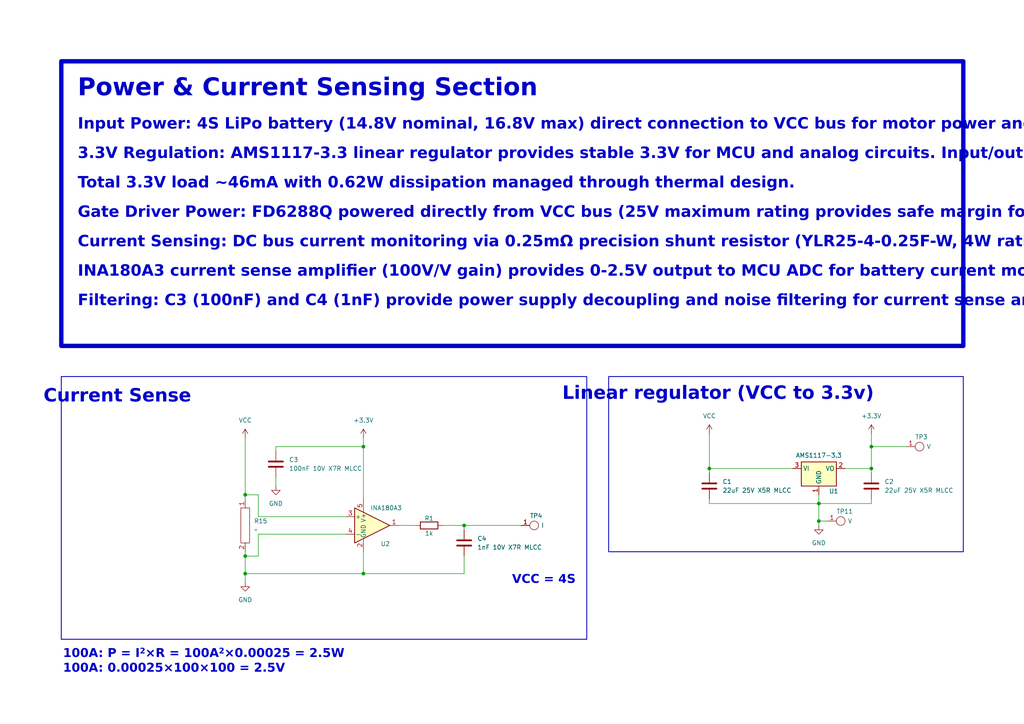
<source format=kicad_sch>
(kicad_sch (version 20250114) (generator "eeschema") (generator_version "9.0")
  (paper "A4")
  (lib_symbols
    (symbol "Amplifier_Current:INA180A3" (pin_names (offset 0.127))
      (property "Reference" "U" (at 3.81 3.81 0))
      (property "Value" "INA180A3" (at 3.81 -2.54 0))
      (symbol "INA180A3_0_1"
        (polyline (pts (xy 5.08 0) (xy -5.08 5.08) (xy -5.08 -5.08) (xy 5.08 0)) (stroke (width 0.254)) (fill (type background)))
      )
      (symbol "INA180A3_1_1"
        (pin input line (at -7.62 2.54 0) (length 2.54) (name "+") (number "3"))
        (pin input line (at -7.62 -2.54 0) (length 2.54) (name "-") (number "4"))
        (pin power_in line (at -2.54 7.62 270) (length 3.81) (name "V+") (number "5"))
        (pin power_in line (at -2.54 -7.62 90) (length 3.81) (name "GND") (number "2"))
        (pin output line (at 7.62 0 180) (length 2.54) (name "~") (number "1"))
      )
    )
    (symbol "Device:C" (pin_numbers (hide yes)) (pin_names (offset 0.254))
      (property "Reference" "C" (at 0.635 2.54 0))
      (property "Value" "C" (at 0.635 -2.54 0))
      (symbol "C_0_1"
        (polyline (pts (xy -2.032 0.762) (xy 2.032 0.762)) (stroke (width 0.508)))
        (polyline (pts (xy -2.032 -0.762) (xy 2.032 -0.762)) (stroke (width 0.508)))
      )
      (symbol "C_1_1"
        (pin passive line (at 0 3.81 270) (length 2.794) (name "~") (number "1"))
        (pin passive line (at 0 -3.81 90) (length 2.794) (name "~") (number "2"))
      )
    )
    (symbol "Device:R" (pin_numbers (hide yes)) (pin_names (offset 0))
      (property "Reference" "R" (at 2.032 0 90))
      (property "Value" "R" (at 0 0 90))
      (symbol "R_0_1"
        (rectangle (start -1.016 -2.54) (end 1.016 2.54) (stroke (width 0.254)))
      )
      (symbol "R_1_1"
        (pin passive line (at 0 3.81 270) (length 1.27) (name "~") (number "1"))
        (pin passive line (at 0 -3.81 90) (length 1.27) (name "~") (number "2"))
      )
    )
    (symbol "Drone_components:Rectangle_test_point"
      (property "Reference" "TP" (at 0 3.556 0))
      (symbol "Rectangle_test_point_0_1"
        (circle (center 0 0) (radius 1.27))
      )
      (symbol "Rectangle_test_point_1_1"
        (pin input line (at -3.81 0 0) (length 2.54) (name "") (number "1"))
      )
    )
    (symbol "Drone_components:YLR25-4-0.25F-W"
      (property "Reference" "R" (at -2.54 4.318 0))
      (symbol "YLR25-4-0.25F-W_0_1"
        (rectangle (start -1.27 5.08) (end 1.27 -5.08))
      )
      (symbol "YLR25-4-0.25F-W_1_1"
        (pin passive line (at 0 7.62 270) (length 2.54) (name "") (number "1"))
        (pin passive line (at 0 -7.62 90) (length 2.54) (name "") (number "2"))
      )
    )
    (symbol "Regulator_Linear:AMS1117-3.3"
      (property "Reference" "U" (at -3.81 3.175 0))
      (property "Value" "AMS1117-3.3" (at 0 3.175 0))
      (symbol "AMS1117-3.3_0_1"
        (rectangle (start -5.08 -5.08) (end 5.08 1.905) (stroke (width 0.254)) (fill (type background)))
      )
      (symbol "AMS1117-3.3_1_1"
        (pin power_in line (at -7.62 0 0) (length 2.54) (name "VI") (number "3"))
        (pin power_in line (at 0 -7.62 90) (length 2.54) (name "GND") (number "1"))
        (pin power_out line (at 7.62 0 180) (length 2.54) (name "VO") (number "2"))
      )
    )
    (symbol "power:+3.3V" (power) (pin_numbers (hide yes)) (pin_names (offset 0) (hide yes))
      (property "Value" "+3.3V" (at 0 3.556 0))
      (symbol "+3.3V_0_1"
        (polyline (pts (xy -0.762 1.27) (xy 0 2.54)))
        (polyline (pts (xy 0 2.54) (xy 0.762 1.27)))
        (polyline (pts (xy 0 0) (xy 0 2.54)))
      )
      (symbol "+3.3V_1_1"
        (pin power_in line (at 0 0 90) (length 0) (name "~") (number "1"))
      )
    )
    (symbol "power:GND" (power) (pin_numbers (hide yes)) (pin_names (offset 0) (hide yes))
      (property "Value" "GND" (at 0 -3.81 0))
      (symbol "GND_0_1"
        (polyline (pts (xy 0 0) (xy 0 -1.27) (xy 1.27 -1.27) (xy 0 -2.54) (xy -1.27 -1.27) (xy 0 -1.27)))
      )
      (symbol "GND_1_1"
        (pin power_in line (at 0 0 270) (length 0) (name "~") (number "1"))
      )
    )
    (symbol "power:VCC" (power) (pin_numbers (hide yes)) (pin_names (offset 0) (hide yes))
      (property "Value" "VCC" (at 0 3.556 0))
      (symbol "VCC_0_1"
        (polyline (pts (xy -0.762 1.27) (xy 0 2.54)))
        (polyline (pts (xy 0 2.54) (xy 0.762 1.27)))
        (polyline (pts (xy 0 0) (xy 0 2.54)))
      )
      (symbol "VCC_1_1"
        (pin power_in line (at 0 0 90) (length 0) (name "~") (number "1"))
      )
    )
  )
  (rectangle (start 17.78 17.78) (end 279.4 100.33) (stroke (width 1.27)))
  (rectangle (start 176.53 109.22) (end 279.4 160.02) (stroke (width 0.254)))
  (rectangle (start 17.78 109.22) (end 170.18 185.42) (stroke (width 0.254)))
  (text "Linear regulator (VCC to 3.3v)" (at 208.28 115.316 0) (effects (font (size 3.81 3.81) (bold yes))))
  (text "VCC = 4S" (at 157.734 168.91 0) (effects (font (size 2.54 2.54) (bold yes))))
  (text "Current Sense" (at 34.036 116.078 0) (effects (font (size 3.81 3.81) (bold yes))))
  (text "100A: P = I^{2}×R = 100A^{2}×0.00025 = 2.5W\n100A: 0.00025×100×100 = 2.5V " (at 18.288 192.532 0) (effects (font (size 2.54 2.54) (bold yes)) (justify left)))
  (text_box "Power & Current Sensing Section\n_{Input Power: 4S LiPo battery (14.8V nominal, 16.8V max) direct connection to VCC bus for motor power and gate driver supply.}\n_{3.3V Regulation: AMS1117-3.3 linear regulator provides stable 3.3V for MCU and analog circuits. Input/output filtering via C1 (22µF) and C2 (22µF) capacitors. }\n_{Total 3.3V load ~46mA with 0.62W dissipation managed through thermal design.}\n_{Gate Driver Power: FD6288Q powered directly from VCC bus (25V maximum rating provides safe margin for 4S operation).}\n_{Current Sensing: DC bus current monitoring via 0.25mΩ precision shunt resistor (YLR25-4-0.25F-W, 4W rating) for 100A total system current. }\n_{INA180A3 current sense amplifier (100V/V gain) provides 0-2.5V output to MCU ADC for battery current monitoring and overcurrent protection.}\n_{Filtering: C3 (100nF) and C4 (1nF) provide power supply decoupling and noise filtering for current sense amplifier.}" (at 21.59 21.59 0) (size 252.73 74.93) (margins 0.9525 0.9525 0.9525 0.9525) (stroke (width -0.0001)) (effects (font (size 5.08 5.08) (bold yes)) (justify left top)))
  (junction (at 105.41 166.37))
  (junction (at 252.73 129.54))
  (junction (at 71.12 166.37))
  (junction (at 205.74 135.89))
  (junction (at 237.49 151.13))
  (junction (at 252.73 135.89))
  (junction (at 71.12 161.29))
  (junction (at 105.41 129.54))
  (junction (at 71.12 143.51))
  (junction (at 237.49 146.05))
  (junction (at 134.62 152.4))
  (wire (pts (xy 71.12 127) (xy 71.12 143.51)))
  (wire (pts (xy 80.01 129.54) (xy 105.41 129.54)))
  (wire (pts (xy 237.49 146.05) (xy 252.73 146.05)))
  (wire (pts (xy 128.27 152.4) (xy 134.62 152.4)))
  (wire (pts (xy 105.41 166.37) (xy 71.12 166.37)))
  (wire (pts (xy 245.11 135.89) (xy 252.73 135.89)))
  (wire (pts (xy 105.41 129.54) (xy 105.41 144.78)))
  (wire (pts (xy 71.12 143.51) (xy 71.12 144.78)))
  (wire (pts (xy 252.73 129.54) (xy 252.73 135.89)))
  (wire (pts (xy 80.01 138.43) (xy 80.01 140.97)))
  (wire (pts (xy 205.74 146.05) (xy 205.74 144.78)))
  (wire (pts (xy 237.49 151.13) (xy 240.03 151.13)))
  (wire (pts (xy 237.49 143.51) (xy 237.49 146.05)))
  (wire (pts (xy 205.74 135.89) (xy 229.87 135.89)))
  (wire (pts (xy 237.49 151.13) (xy 237.49 152.4)))
  (wire (pts (xy 115.57 152.4) (xy 120.65 152.4)))
  (wire (pts (xy 74.93 149.86) (xy 100.33 149.86)))
  (wire (pts (xy 105.41 166.37) (xy 134.62 166.37)))
  (wire (pts (xy 205.74 146.05) (xy 237.49 146.05)))
  (wire (pts (xy 205.74 135.89) (xy 205.74 137.16)))
  (wire (pts (xy 134.62 152.4) (xy 151.13 152.4)))
  (wire (pts (xy 252.73 129.54) (xy 262.89 129.54)))
  (wire (pts (xy 71.12 160.02) (xy 71.12 161.29)))
  (wire (pts (xy 237.49 146.05) (xy 237.49 151.13)))
  (wire (pts (xy 134.62 166.37) (xy 134.62 161.29)))
  (wire (pts (xy 74.93 161.29) (xy 71.12 161.29)))
  (wire (pts (xy 71.12 168.91) (xy 71.12 166.37)))
  (wire (pts (xy 134.62 152.4) (xy 134.62 153.67)))
  (wire (pts (xy 105.41 127) (xy 105.41 129.54)))
  (wire (pts (xy 105.41 160.02) (xy 105.41 166.37)))
  (wire (pts (xy 74.93 149.86) (xy 74.93 143.51)))
  (wire (pts (xy 205.74 125.73) (xy 205.74 135.89)))
  (wire (pts (xy 252.73 125.73) (xy 252.73 129.54)))
  (wire (pts (xy 252.73 146.05) (xy 252.73 144.78)))
  (wire (pts (xy 71.12 161.29) (xy 71.12 166.37)))
  (wire (pts (xy 74.93 154.94) (xy 100.33 154.94)))
  (wire (pts (xy 74.93 154.94) (xy 74.93 161.29)))
  (wire (pts (xy 252.73 135.89) (xy 252.73 137.16)))
  (wire (pts (xy 80.01 130.81) (xy 80.01 129.54)))
  (wire (pts (xy 74.93 143.51) (xy 71.12 143.51)))
  (symbol (lib_id "Device:C") (at 252.73 140.97 0) (unit 1)
    (property "Reference" "C2" (at 256.54 139.6999 0) (effects (justify left)))
    (property "Value" "22uF 25V X5R MLCC" (at 256.54 142.2399 0) (effects (justify left)))
    (property "Footprint" "Capacitor_SMD:C_0805_2012Metric" (effects (hide yes)))
    (property "Description" "Unpolarized capacitor" (effects (hide yes)))
    (property "JLCPCB part" "C45783" (effects (hide yes)))
  )
  (symbol (lib_id "power:+3.3V") (at 105.41 127 0) (unit 1)
    (property "Reference" "#PWR06" (effects (hide yes)))
    (property "Value" "+3.3V" (at 105.41 121.92 0))
    (property "Description" "Power symbol creates a global label with name \"+3.3V\"" (effects (hide yes)))
  )
  (symbol (lib_id "Drone_components:Rectangle_test_point") (at 266.7 129.54 0) (unit 1)
    (property "Reference" "TP3" (at 265.43 126.746 0) (effects (justify left)))
    (property "Value" "V" (at 268.732 129.54 0) (effects (justify left)))
    (property "Footprint" "Drone_components:Rectangle test point" (effects (hide yes)))
  )
  (symbol (lib_id "power:VCC") (at 205.74 125.73 0) (unit 1)
    (property "Reference" "#PWR01" (effects (hide yes)))
    (property "Value" "VCC" (at 205.74 120.65 0))
    (property "Description" "Power symbol creates a global label with name \"VCC\"" (effects (hide yes)))
  )
  (symbol (lib_id "Device:C") (at 205.74 140.97 0) (unit 1)
    (property "Reference" "C1" (at 209.55 139.6999 0) (effects (justify left)))
    (property "Value" "22uF 25V X5R MLCC" (at 209.55 142.2399 0) (effects (justify left)))
    (property "Footprint" "Capacitor_SMD:C_0805_2012Metric" (effects (hide yes)))
    (property "Description" "Unpolarized capacitor" (effects (hide yes)))
    (property "JLCPCB part" "C45783" (effects (hide yes)))
  )
  (symbol (lib_id "Device:C") (at 134.62 157.48 0) (unit 1)
    (property "Reference" "C4" (at 138.43 156.2099 0) (effects (justify left)))
    (property "Value" "1nF 10V X7R MLCC" (at 138.43 158.7499 0) (effects (justify left)))
    (property "Footprint" "Capacitor_SMD:C_0402_1005Metric" (effects (hide yes)))
    (property "Description" "Unpolarized capacitor" (effects (hide yes)))
    (property "JLCPCB part" "C1523" (effects (hide yes)))
    (property "Type" "Basic" (effects (hide yes)))
  )
  (symbol (lib_id "power:+3.3V") (at 252.73 125.73 0) (unit 1)
    (property "Reference" "#PWR02" (effects (hide yes)))
    (property "Value" "+3.3V" (at 252.73 120.65 0))
    (property "Description" "Power symbol creates a global label with name \"+3.3V\"" (effects (hide yes)))
  )
  (symbol (lib_id "Regulator_Linear:AMS1117-3.3") (at 237.49 135.89 0) (unit 1)
    (property "Reference" "U1" (at 241.808 142.494 0))
    (property "Value" "AMS1117-3.3" (at 237.49 132.08 0))
    (property "Footprint" "Package_TO_SOT_SMD:SOT-223-3_TabPin2" (effects (hide yes)))
    (property "Datasheet" "http://www.advanced-monolithic.com/pdf/ds1117.pdf" (effects (hide yes)))
    (property "Description" "1A Low Dropout regulator, positive, 3.3V fixed output, SOT-223" (effects (hide yes)))
    (property "JLCPCB part" "C2688239" (effects (hide yes)))
  )
  (symbol (lib_id "Drone_components:Rectangle_test_point") (at 243.84 151.13 0) (unit 1)
    (property "Reference" "TP11" (at 242.57 148.336 0) (effects (justify left)))
    (property "Value" "V" (at 245.872 151.13 0) (effects (justify left)))
    (property "Footprint" "Drone_components:Rectangle test point" (effects (hide yes)))
  )
  (symbol (lib_id "power:VCC") (at 71.12 127 0) (unit 1)
    (property "Reference" "#PWR04" (effects (hide yes)))
    (property "Value" "VCC" (at 71.12 121.92 0))
    (property "Description" "Power symbol creates a global label with name \"VCC\"" (effects (hide yes)))
  )
  (symbol (lib_id "Drone_components:YLR25-4-0.25F-W") (at 71.12 152.4 0) (unit 1)
    (property "Reference" "R15" (at 73.66 151.1299 0) (effects (justify left)))
    (property "Value" "~" (at 73.66 153.6699 0) (effects (justify left)))
    (property "Footprint" "Drone_components:YLR25-4-0.25F-W" (effects (hide yes)))
  )
  (symbol (lib_id "power:GND") (at 71.12 168.91 0) (unit 1)
    (property "Reference" "#PWR05" (effects (hide yes)))
    (property "Value" "GND" (at 71.12 173.99 0))
    (property "Description" "Power symbol creates a global label with name \"GND\" , ground" (effects (hide yes)))
  )
  (symbol (lib_id "power:GND") (at 237.49 152.4 0) (unit 1)
    (property "Reference" "#PWR03" (effects (hide yes)))
    (property "Value" "GND" (at 237.49 157.48 0))
    (property "Description" "Power symbol creates a global label with name \"GND\" , ground" (effects (hide yes)))
  )
  (symbol (lib_id "Device:R") (at 124.46 152.4 90) (unit 1)
    (property "Reference" "R1" (at 124.46 150.368 90))
    (property "Value" "1k" (at 124.46 154.686 90))
    (property "Footprint" "Resistor_SMD:R_0402_1005Metric" (effects (hide yes)))
    (property "Description" "Resistor" (effects (hide yes)))
    (property "JLCPCB part" "C11702" (effects (hide yes)))
    (property "Type" "Basic" (effects (hide yes)))
  )
  (symbol (lib_id "Amplifier_Current:INA180A3") (at 107.95 152.4 0) (unit 1)
    (property "Reference" "U2" (at 111.76 157.734 0))
    (property "Value" "INA180A3" (at 112.014 147.32 0))
    (property "Footprint" "Package_TO_SOT_SMD:SOT-23-5" (effects (hide yes)))
    (property "Datasheet" "http://www.ti.com/lit/ds/symlink/ina180.pdf" (effects (hide yes)))
    (property "Description" "Current Sense Amplifier, 1 Circuit, Rail-to-Rail, 26V, Gain 100 V/V, SOT-23-5" (effects (hide yes)))
    (property "JLCPCB part" "C122882" (effects (hide yes)))
  )
  (symbol (lib_id "power:GND") (at 80.01 140.97 0) (unit 1)
    (property "Reference" "#PWR07" (effects (hide yes)))
    (property "Value" "GND" (at 80.01 146.05 0))
    (property "Description" "Power symbol creates a global label with name \"GND\" , ground" (effects (hide yes)))
  )
  (symbol (lib_id "Device:C") (at 80.01 134.62 0) (unit 1)
    (property "Reference" "C3" (at 83.82 133.3499 0) (effects (justify left)))
    (property "Value" "100nF 10V X7R MLCC" (at 83.82 135.8899 0) (effects (justify left)))
    (property "Footprint" "Capacitor_SMD:C_0402_1005Metric" (effects (hide yes)))
    (property "Description" "Unpolarized capacitor" (effects (hide yes)))
    (property "JLCPCB part" "C307331" (effects (hide yes)))
    (property "Type" "Basic" (effects (hide yes)))
  )
  (symbol (lib_id "Drone_components:Rectangle_test_point") (at 154.94 152.4 0) (unit 1)
    (property "Reference" "TP4" (at 153.67 149.606 0) (effects (justify left)))
    (property "Value" "I" (at 156.972 152.4 0) (effects (justify left)))
    (property "Footprint" "Drone_components:Rectangle test point" (effects (hide yes)))
  )
)
</source>
